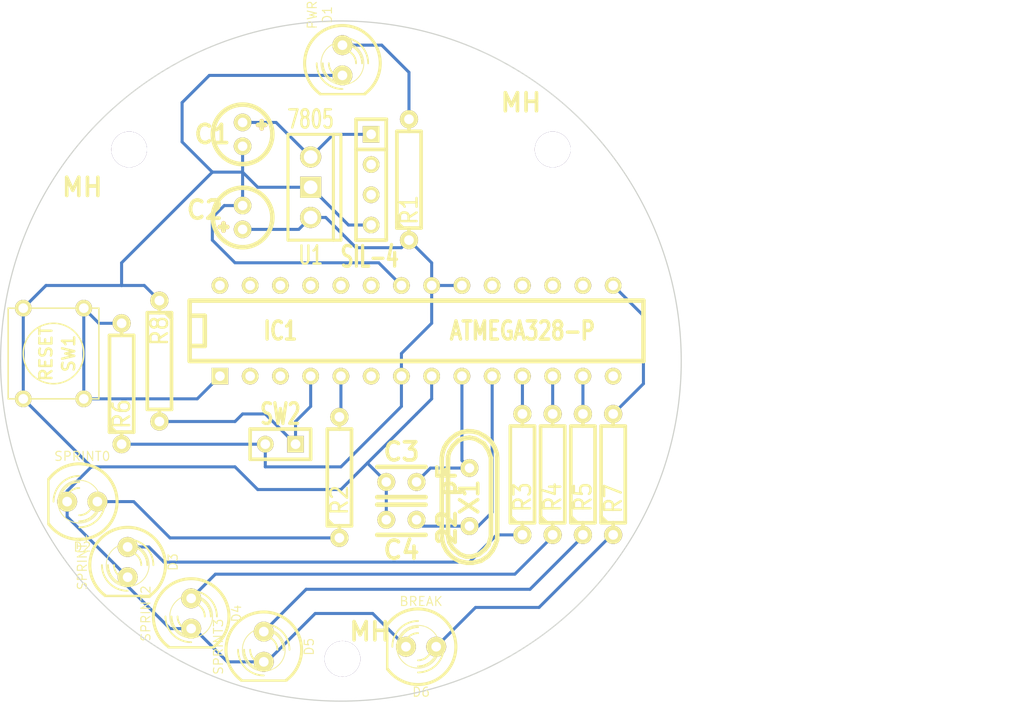
<source format=kicad_pcb>
(kicad_pcb (version 3) (host pcbnew "(2014-jan-25)-product")

  (general
    (links 43)
    (no_connects 0)
    (area 120.599999 52.578 210.565 123.56846)
    (thickness 1.6)
    (drawings 6)
    (tracks 123)
    (zones 0)
    (modules 27)
    (nets 33)
  )

  (page A4)
  (title_block
    (title "Pomodoro Timer Board")
    (date "25 Mar 2016")
    (rev A)
    (company "Ken Barbour")
    (comment 1 "First prototype")
  )

  (layers
    (15 F.Cu signal)
    (0 B.Cu signal)
    (16 B.Adhes user)
    (17 F.Adhes user)
    (18 B.Paste user)
    (19 F.Paste user)
    (20 B.SilkS user)
    (21 F.SilkS user)
    (22 B.Mask user)
    (23 F.Mask user)
    (24 Dwgs.User user)
    (25 Cmts.User user)
    (26 Eco1.User user)
    (27 Eco2.User user)
    (28 Edge.Cuts user)
  )

  (setup
    (last_trace_width 0.254)
    (trace_clearance 0.254)
    (zone_clearance 0.508)
    (zone_45_only no)
    (trace_min 0.254)
    (segment_width 0.2)
    (edge_width 0.1)
    (via_size 0.889)
    (via_drill 0.635)
    (via_min_size 0.889)
    (via_min_drill 0.508)
    (uvia_size 0.508)
    (uvia_drill 0.127)
    (uvias_allowed no)
    (uvia_min_size 0.508)
    (uvia_min_drill 0.127)
    (pcb_text_width 0.3)
    (pcb_text_size 1.5 1.5)
    (mod_edge_width 0.15)
    (mod_text_size 1 1)
    (mod_text_width 0.15)
    (pad_size 1.5 1.5)
    (pad_drill 0.6)
    (pad_to_mask_clearance 0)
    (aux_axis_origin 0 0)
    (visible_elements 7FFFFFFF)
    (pcbplotparams
      (layerselection 3178497)
      (usegerberextensions true)
      (excludeedgelayer true)
      (linewidth 0.150000)
      (plotframeref false)
      (viasonmask false)
      (mode 1)
      (useauxorigin false)
      (hpglpennumber 1)
      (hpglpenspeed 20)
      (hpglpendiameter 15)
      (hpglpenoverlay 2)
      (psnegative false)
      (psa4output false)
      (plotreference true)
      (plotvalue true)
      (plotothertext true)
      (plotinvisibletext false)
      (padsonsilk false)
      (subtractmaskfromsilk false)
      (outputformat 1)
      (mirror false)
      (drillshape 1)
      (scaleselection 1)
      (outputdirectory ""))
  )

  (net 0 "")
  (net 1 +5V)
  (net 2 GND)
  (net 3 "Net-(C2-Pad1)")
  (net 4 "Net-(C3-Pad2)")
  (net 5 "Net-(C4-Pad2)")
  (net 6 "Net-(D1-Pad1)")
  (net 7 "Net-(D2-Pad1)")
  (net 8 "Net-(D3-Pad1)")
  (net 9 "Net-(D4-Pad1)")
  (net 10 "Net-(D5-Pad1)")
  (net 11 "Net-(D6-Pad1)")
  (net 12 "Net-(IC1-Pad2)")
  (net 13 "Net-(IC1-Pad3)")
  (net 14 "Net-(IC1-Pad4)")
  (net 15 "Net-(IC1-Pad5)")
  (net 16 "Net-(IC1-Pad6)")
  (net 17 "Net-(IC1-Pad11)")
  (net 18 "Net-(IC1-Pad12)")
  (net 19 "Net-(IC1-Pad13)")
  (net 20 "Net-(IC1-Pad14)")
  (net 21 "Net-(IC1-Pad1)")
  (net 22 "Net-(IC1-Pad15)")
  (net 23 "Net-(IC1-Pad16)")
  (net 24 "Net-(IC1-Pad17)")
  (net 25 "Net-(IC1-Pad18)")
  (net 26 "Net-(IC1-Pad19)")
  (net 27 "Net-(IC1-Pad23)")
  (net 28 "Net-(IC1-Pad24)")
  (net 29 "Net-(IC1-Pad25)")
  (net 30 "Net-(IC1-Pad26)")
  (net 31 "Net-(IC1-Pad27)")
  (net 32 "Net-(IC1-Pad28)")

  (net_class Default "This is the default net class."
    (clearance 0.254)
    (trace_width 0.254)
    (via_dia 0.889)
    (via_drill 0.635)
    (uvia_dia 0.508)
    (uvia_drill 0.127)
    (add_net +5V)
    (add_net GND)
    (add_net "Net-(C2-Pad1)")
    (add_net "Net-(C3-Pad2)")
    (add_net "Net-(C4-Pad2)")
    (add_net "Net-(D1-Pad1)")
    (add_net "Net-(D2-Pad1)")
    (add_net "Net-(D3-Pad1)")
    (add_net "Net-(D4-Pad1)")
    (add_net "Net-(D5-Pad1)")
    (add_net "Net-(D6-Pad1)")
    (add_net "Net-(IC1-Pad1)")
    (add_net "Net-(IC1-Pad11)")
    (add_net "Net-(IC1-Pad12)")
    (add_net "Net-(IC1-Pad13)")
    (add_net "Net-(IC1-Pad14)")
    (add_net "Net-(IC1-Pad15)")
    (add_net "Net-(IC1-Pad16)")
    (add_net "Net-(IC1-Pad17)")
    (add_net "Net-(IC1-Pad18)")
    (add_net "Net-(IC1-Pad19)")
    (add_net "Net-(IC1-Pad2)")
    (add_net "Net-(IC1-Pad23)")
    (add_net "Net-(IC1-Pad24)")
    (add_net "Net-(IC1-Pad25)")
    (add_net "Net-(IC1-Pad26)")
    (add_net "Net-(IC1-Pad27)")
    (add_net "Net-(IC1-Pad28)")
    (add_net "Net-(IC1-Pad3)")
    (add_net "Net-(IC1-Pad4)")
    (add_net "Net-(IC1-Pad5)")
    (add_net "Net-(IC1-Pad6)")
  )

  (module Capacitors_Elko_ThroughHole:Elko_vert_DM5_RM2 (layer F.Cu) (tedit 56E5C094) (tstamp 56E5B868)
    (at 140.97 73.025 270)
    (descr "Electrolytic Capacitor, vertical, diameter 5mm, RM 2mm, radial,")
    (tags "Electrolytic Capacitor, vertical, diameter 5mm,  radial, RM 2mm, Elko, Electrolytkondensator, Kondensator gepolt, Durchmesser 5mm")
    (path /56E411E3)
    (fp_text reference C1 (at 0 2.54 360) (layer F.SilkS)
      (effects (font (thickness 0.3048)))
    )
    (fp_text value "10 uF" (at 3.81 4.445 360) (layer F.SilkS) hide
      (effects (font (thickness 0.3048)))
    )
    (fp_line (start -0.8001 -1.89992) (end -0.8001 -1.30048) (layer F.SilkS) (width 0.381))
    (fp_line (start -1.09982 -1.6002) (end -0.50038 -1.6002) (layer F.SilkS) (width 0.381))
    (fp_line (start -0.8001 -1.6002) (end -0.8001 -1.30048) (layer F.Cu) (width 0.381))
    (fp_line (start -0.8001 -1.6002) (end -0.50038 -1.6002) (layer F.Cu) (width 0.381))
    (fp_line (start -1.09982 -1.6002) (end -0.8001 -1.6002) (layer F.Cu) (width 0.381))
    (fp_line (start -0.8001 -1.6002) (end -0.8001 -1.89992) (layer F.Cu) (width 0.381))
    (fp_circle (center 0 0) (end 2.49936 0) (layer F.SilkS) (width 0.381))
    (pad 1 thru_hole circle (at -1.00076 0 270) (size 1.48082 1.48082) (drill 0.8001) (layers *.Cu *.Mask F.SilkS)
      (net 1 +5V))
    (pad 2 thru_hole circle (at 1.00076 0 270) (size 1.48082 1.48082) (drill 0.8001) (layers *.Cu *.Mask F.SilkS)
      (net 2 GND))
  )

  (module Capacitors_Elko_ThroughHole:Elko_vert_DM5_RM2 (layer F.Cu) (tedit 56E5C09B) (tstamp 56E5B875)
    (at 140.97 80.01 90)
    (descr "Electrolytic Capacitor, vertical, diameter 5mm, RM 2mm, radial,")
    (tags "Electrolytic Capacitor, vertical, diameter 5mm,  radial, RM 2mm, Elko, Electrolytkondensator, Kondensator gepolt, Durchmesser 5mm")
    (path /56E4116D)
    (fp_text reference C2 (at 0.635 -3.175 180) (layer F.SilkS)
      (effects (font (thickness 0.3048)))
    )
    (fp_text value "10 uF" (at 3.175 -4.445 180) (layer F.SilkS) hide
      (effects (font (thickness 0.3048)))
    )
    (fp_line (start -0.8001 -1.89992) (end -0.8001 -1.30048) (layer F.SilkS) (width 0.381))
    (fp_line (start -1.09982 -1.6002) (end -0.50038 -1.6002) (layer F.SilkS) (width 0.381))
    (fp_line (start -0.8001 -1.6002) (end -0.8001 -1.30048) (layer F.Cu) (width 0.381))
    (fp_line (start -0.8001 -1.6002) (end -0.50038 -1.6002) (layer F.Cu) (width 0.381))
    (fp_line (start -1.09982 -1.6002) (end -0.8001 -1.6002) (layer F.Cu) (width 0.381))
    (fp_line (start -0.8001 -1.6002) (end -0.8001 -1.89992) (layer F.Cu) (width 0.381))
    (fp_circle (center 0 0) (end 2.49936 0) (layer F.SilkS) (width 0.381))
    (pad 1 thru_hole circle (at -1.00076 0 90) (size 1.48082 1.48082) (drill 0.8001) (layers *.Cu *.Mask F.SilkS)
      (net 3 "Net-(C2-Pad1)"))
    (pad 2 thru_hole circle (at 1.00076 0 90) (size 1.48082 1.48082) (drill 0.8001) (layers *.Cu *.Mask F.SilkS)
      (net 2 GND))
  )

  (module Capacitors_ThroughHole:Capacitor4x3RM2.5 (layer F.Cu) (tedit 56E8604F) (tstamp 56E860C3)
    (at 153.035 102.235)
    (descr "Capacitor 4mm x 2,5mm RM 2,5mm")
    (tags "Capacitor Kondensator")
    (path /56E1C938)
    (fp_text reference C3 (at 1.27 -2.54) (layer F.SilkS)
      (effects (font (thickness 0.3048)))
    )
    (fp_text value "22 pF" (at 5.08 1.905 90) (layer F.SilkS)
      (effects (font (thickness 0.3048)))
    )
    (fp_line (start 3.302 -1.27) (end -0.762 -1.27) (layer F.SilkS) (width 0.381))
    (fp_line (start -0.762 1.27) (end 3.302 1.27) (layer F.SilkS) (width 0.381))
    (pad 1 thru_hole circle (at 0 0) (size 1.50114 1.50114) (drill 0.8001) (layers *.Cu *.Mask F.SilkS)
      (net 2 GND))
    (pad 2 thru_hole circle (at 2.54 0) (size 1.50114 1.50114) (drill 0.8001) (layers *.Cu *.Mask F.SilkS)
      (net 4 "Net-(C3-Pad2)"))
  )

  (module Capacitors_ThroughHole:Capacitor4x3RM2.5 (layer F.Cu) (tedit 56E86053) (tstamp 56E860BA)
    (at 153.035 105.41)
    (descr "Capacitor 4mm x 2,5mm RM 2,5mm")
    (tags "Capacitor Kondensator")
    (path /56E1C94F)
    (fp_text reference C4 (at 1.27 2.54) (layer F.SilkS)
      (effects (font (thickness 0.3048)))
    )
    (fp_text value "22 pF" (at 5.08 -1.27 90) (layer F.SilkS)
      (effects (font (thickness 0.3048)))
    )
    (fp_line (start 3.302 -1.27) (end -0.762 -1.27) (layer F.SilkS) (width 0.381))
    (fp_line (start -0.762 1.27) (end 3.302 1.27) (layer F.SilkS) (width 0.381))
    (pad 1 thru_hole circle (at 0 0) (size 1.50114 1.50114) (drill 0.8001) (layers *.Cu *.Mask F.SilkS)
      (net 2 GND))
    (pad 2 thru_hole circle (at 2.54 0) (size 1.50114 1.50114) (drill 0.8001) (layers *.Cu *.Mask F.SilkS)
      (net 5 "Net-(C4-Pad2)"))
  )

  (module LEDs:LED-5MM (layer F.Cu) (tedit 56E82539) (tstamp 56E5B894)
    (at 149.352 66.802 270)
    (descr "LED 5mm - Lead pitch 100mil (2,54mm)")
    (tags "LED led 5mm 5MM 100mil 2,54mm")
    (path /56E1BD17)
    (fp_text reference D1 (at -3.81 1.27 270) (layer F.SilkS)
      (effects (font (size 0.762 0.762) (thickness 0.0889)))
    )
    (fp_text value PWR (at -3.81 2.54 270) (layer F.SilkS)
      (effects (font (size 0.762 0.762) (thickness 0.0889)))
    )
    (fp_line (start 2.8448 1.905) (end 2.8448 -1.905) (layer F.SilkS) (width 0.2032))
    (fp_circle (center 0.254 0) (end -1.016 1.27) (layer F.SilkS) (width 0.0762))
    (fp_arc (start 0.254 0) (end 2.794 1.905) (angle 286.2) (layer F.SilkS) (width 0.254))
    (fp_arc (start 0.254 0) (end -0.889 0) (angle 90) (layer F.SilkS) (width 0.1524))
    (fp_arc (start 0.254 0) (end 1.397 0) (angle 90) (layer F.SilkS) (width 0.1524))
    (fp_arc (start 0.254 0) (end -1.397 0) (angle 90) (layer F.SilkS) (width 0.1524))
    (fp_arc (start 0.254 0) (end 1.905 0) (angle 90) (layer F.SilkS) (width 0.1524))
    (fp_arc (start 0.254 0) (end -1.905 0) (angle 90) (layer F.SilkS) (width 0.1524))
    (fp_arc (start 0.254 0) (end 2.413 0) (angle 90) (layer F.SilkS) (width 0.1524))
    (pad 1 thru_hole circle (at -1.27 0 270) (size 1.6764 1.6764) (drill 0.8128) (layers *.Cu *.Mask F.SilkS)
      (net 6 "Net-(D1-Pad1)"))
    (pad 2 thru_hole circle (at 1.27 0 270) (size 1.6764 1.6764) (drill 0.8128) (layers *.Cu *.Mask F.SilkS)
      (net 2 GND))
    (model discret/leds/led5_vertical_verde.wrl
      (at (xyz 0 0 0))
      (scale (xyz 1 1 1))
      (rotate (xyz 0 0 0))
    )
  )

  (module LEDs:LED-5MM (layer F.Cu) (tedit 56E5B6FA) (tstamp 56E5B8A3)
    (at 127.508 103.886 180)
    (descr "LED 5mm - Lead pitch 100mil (2,54mm)")
    (tags "LED led 5mm 5MM 100mil 2,54mm")
    (path /56E1CB03)
    (fp_text reference D2 (at 0 -3.81 180) (layer F.SilkS)
      (effects (font (size 0.762 0.762) (thickness 0.0889)))
    )
    (fp_text value SPRINT0 (at 0 3.81 180) (layer F.SilkS)
      (effects (font (size 0.762 0.762) (thickness 0.0889)))
    )
    (fp_line (start 2.8448 1.905) (end 2.8448 -1.905) (layer F.SilkS) (width 0.2032))
    (fp_circle (center 0.254 0) (end -1.016 1.27) (layer F.SilkS) (width 0.0762))
    (fp_arc (start 0.254 0) (end 2.794 1.905) (angle 286.2) (layer F.SilkS) (width 0.254))
    (fp_arc (start 0.254 0) (end -0.889 0) (angle 90) (layer F.SilkS) (width 0.1524))
    (fp_arc (start 0.254 0) (end 1.397 0) (angle 90) (layer F.SilkS) (width 0.1524))
    (fp_arc (start 0.254 0) (end -1.397 0) (angle 90) (layer F.SilkS) (width 0.1524))
    (fp_arc (start 0.254 0) (end 1.905 0) (angle 90) (layer F.SilkS) (width 0.1524))
    (fp_arc (start 0.254 0) (end -1.905 0) (angle 90) (layer F.SilkS) (width 0.1524))
    (fp_arc (start 0.254 0) (end 2.413 0) (angle 90) (layer F.SilkS) (width 0.1524))
    (pad 1 thru_hole circle (at -1.27 0 180) (size 1.6764 1.6764) (drill 0.8128) (layers *.Cu *.Mask F.SilkS)
      (net 7 "Net-(D2-Pad1)"))
    (pad 2 thru_hole circle (at 1.27 0 180) (size 1.6764 1.6764) (drill 0.8128) (layers *.Cu *.Mask F.SilkS)
      (net 2 GND))
    (model discret/leds/led5_vertical_verde.wrl
      (at (xyz 0 0 0))
      (scale (xyz 1 1 1))
      (rotate (xyz 0 0 0))
    )
  )

  (module LEDs:LED-5MM (layer F.Cu) (tedit 56E5B6FA) (tstamp 56E5B8B2)
    (at 131.318 108.966 270)
    (descr "LED 5mm - Lead pitch 100mil (2,54mm)")
    (tags "LED led 5mm 5MM 100mil 2,54mm")
    (path /56E1CB17)
    (fp_text reference D3 (at 0 -3.81 270) (layer F.SilkS)
      (effects (font (size 0.762 0.762) (thickness 0.0889)))
    )
    (fp_text value SPRINT1 (at 0 3.81 270) (layer F.SilkS)
      (effects (font (size 0.762 0.762) (thickness 0.0889)))
    )
    (fp_line (start 2.8448 1.905) (end 2.8448 -1.905) (layer F.SilkS) (width 0.2032))
    (fp_circle (center 0.254 0) (end -1.016 1.27) (layer F.SilkS) (width 0.0762))
    (fp_arc (start 0.254 0) (end 2.794 1.905) (angle 286.2) (layer F.SilkS) (width 0.254))
    (fp_arc (start 0.254 0) (end -0.889 0) (angle 90) (layer F.SilkS) (width 0.1524))
    (fp_arc (start 0.254 0) (end 1.397 0) (angle 90) (layer F.SilkS) (width 0.1524))
    (fp_arc (start 0.254 0) (end -1.397 0) (angle 90) (layer F.SilkS) (width 0.1524))
    (fp_arc (start 0.254 0) (end 1.905 0) (angle 90) (layer F.SilkS) (width 0.1524))
    (fp_arc (start 0.254 0) (end -1.905 0) (angle 90) (layer F.SilkS) (width 0.1524))
    (fp_arc (start 0.254 0) (end 2.413 0) (angle 90) (layer F.SilkS) (width 0.1524))
    (pad 1 thru_hole circle (at -1.27 0 270) (size 1.6764 1.6764) (drill 0.8128) (layers *.Cu *.Mask F.SilkS)
      (net 8 "Net-(D3-Pad1)"))
    (pad 2 thru_hole circle (at 1.27 0 270) (size 1.6764 1.6764) (drill 0.8128) (layers *.Cu *.Mask F.SilkS)
      (net 2 GND))
    (model discret/leds/led5_vertical_verde.wrl
      (at (xyz 0 0 0))
      (scale (xyz 1 1 1))
      (rotate (xyz 0 0 0))
    )
  )

  (module LEDs:LED-5MM (layer F.Cu) (tedit 56E5B6FA) (tstamp 56E5B8C1)
    (at 136.652 113.284 270)
    (descr "LED 5mm - Lead pitch 100mil (2,54mm)")
    (tags "LED led 5mm 5MM 100mil 2,54mm")
    (path /56E1CB2B)
    (fp_text reference D4 (at 0 -3.81 270) (layer F.SilkS)
      (effects (font (size 0.762 0.762) (thickness 0.0889)))
    )
    (fp_text value SPRINT2 (at 0 3.81 270) (layer F.SilkS)
      (effects (font (size 0.762 0.762) (thickness 0.0889)))
    )
    (fp_line (start 2.8448 1.905) (end 2.8448 -1.905) (layer F.SilkS) (width 0.2032))
    (fp_circle (center 0.254 0) (end -1.016 1.27) (layer F.SilkS) (width 0.0762))
    (fp_arc (start 0.254 0) (end 2.794 1.905) (angle 286.2) (layer F.SilkS) (width 0.254))
    (fp_arc (start 0.254 0) (end -0.889 0) (angle 90) (layer F.SilkS) (width 0.1524))
    (fp_arc (start 0.254 0) (end 1.397 0) (angle 90) (layer F.SilkS) (width 0.1524))
    (fp_arc (start 0.254 0) (end -1.397 0) (angle 90) (layer F.SilkS) (width 0.1524))
    (fp_arc (start 0.254 0) (end 1.905 0) (angle 90) (layer F.SilkS) (width 0.1524))
    (fp_arc (start 0.254 0) (end -1.905 0) (angle 90) (layer F.SilkS) (width 0.1524))
    (fp_arc (start 0.254 0) (end 2.413 0) (angle 90) (layer F.SilkS) (width 0.1524))
    (pad 1 thru_hole circle (at -1.27 0 270) (size 1.6764 1.6764) (drill 0.8128) (layers *.Cu *.Mask F.SilkS)
      (net 9 "Net-(D4-Pad1)"))
    (pad 2 thru_hole circle (at 1.27 0 270) (size 1.6764 1.6764) (drill 0.8128) (layers *.Cu *.Mask F.SilkS)
      (net 2 GND))
    (model discret/leds/led5_vertical_verde.wrl
      (at (xyz 0 0 0))
      (scale (xyz 1 1 1))
      (rotate (xyz 0 0 0))
    )
  )

  (module LEDs:LED-5MM (layer F.Cu) (tedit 56E5B6FA) (tstamp 56E99C28)
    (at 142.748 116.078 270)
    (descr "LED 5mm - Lead pitch 100mil (2,54mm)")
    (tags "LED led 5mm 5MM 100mil 2,54mm")
    (path /56E1CB3F)
    (fp_text reference D5 (at 0 -3.81 270) (layer F.SilkS)
      (effects (font (size 0.762 0.762) (thickness 0.0889)))
    )
    (fp_text value SPRINT3 (at 0 3.81 270) (layer F.SilkS)
      (effects (font (size 0.762 0.762) (thickness 0.0889)))
    )
    (fp_line (start 2.8448 1.905) (end 2.8448 -1.905) (layer F.SilkS) (width 0.2032))
    (fp_circle (center 0.254 0) (end -1.016 1.27) (layer F.SilkS) (width 0.0762))
    (fp_arc (start 0.254 0) (end 2.794 1.905) (angle 286.2) (layer F.SilkS) (width 0.254))
    (fp_arc (start 0.254 0) (end -0.889 0) (angle 90) (layer F.SilkS) (width 0.1524))
    (fp_arc (start 0.254 0) (end 1.397 0) (angle 90) (layer F.SilkS) (width 0.1524))
    (fp_arc (start 0.254 0) (end -1.397 0) (angle 90) (layer F.SilkS) (width 0.1524))
    (fp_arc (start 0.254 0) (end 1.905 0) (angle 90) (layer F.SilkS) (width 0.1524))
    (fp_arc (start 0.254 0) (end -1.905 0) (angle 90) (layer F.SilkS) (width 0.1524))
    (fp_arc (start 0.254 0) (end 2.413 0) (angle 90) (layer F.SilkS) (width 0.1524))
    (pad 1 thru_hole circle (at -1.27 0 270) (size 1.6764 1.6764) (drill 0.8128) (layers *.Cu *.Mask F.SilkS)
      (net 10 "Net-(D5-Pad1)"))
    (pad 2 thru_hole circle (at 1.27 0 270) (size 1.6764 1.6764) (drill 0.8128) (layers *.Cu *.Mask F.SilkS)
      (net 2 GND))
    (model discret/leds/led5_vertical_verde.wrl
      (at (xyz 0 0 0))
      (scale (xyz 1 1 1))
      (rotate (xyz 0 0 0))
    )
  )

  (module LEDs:LED-5MM (layer F.Cu) (tedit 56E5B6FA) (tstamp 56E5B8DF)
    (at 155.956 116.078 180)
    (descr "LED 5mm - Lead pitch 100mil (2,54mm)")
    (tags "LED led 5mm 5MM 100mil 2,54mm")
    (path /56E1CB53)
    (fp_text reference D6 (at 0 -3.81 180) (layer F.SilkS)
      (effects (font (size 0.762 0.762) (thickness 0.0889)))
    )
    (fp_text value BREAK (at 0 3.81 180) (layer F.SilkS)
      (effects (font (size 0.762 0.762) (thickness 0.0889)))
    )
    (fp_line (start 2.8448 1.905) (end 2.8448 -1.905) (layer F.SilkS) (width 0.2032))
    (fp_circle (center 0.254 0) (end -1.016 1.27) (layer F.SilkS) (width 0.0762))
    (fp_arc (start 0.254 0) (end 2.794 1.905) (angle 286.2) (layer F.SilkS) (width 0.254))
    (fp_arc (start 0.254 0) (end -0.889 0) (angle 90) (layer F.SilkS) (width 0.1524))
    (fp_arc (start 0.254 0) (end 1.397 0) (angle 90) (layer F.SilkS) (width 0.1524))
    (fp_arc (start 0.254 0) (end -1.397 0) (angle 90) (layer F.SilkS) (width 0.1524))
    (fp_arc (start 0.254 0) (end 1.905 0) (angle 90) (layer F.SilkS) (width 0.1524))
    (fp_arc (start 0.254 0) (end -1.905 0) (angle 90) (layer F.SilkS) (width 0.1524))
    (fp_arc (start 0.254 0) (end 2.413 0) (angle 90) (layer F.SilkS) (width 0.1524))
    (pad 1 thru_hole circle (at -1.27 0 180) (size 1.6764 1.6764) (drill 0.8128) (layers *.Cu *.Mask F.SilkS)
      (net 11 "Net-(D6-Pad1)"))
    (pad 2 thru_hole circle (at 1.27 0 180) (size 1.6764 1.6764) (drill 0.8128) (layers *.Cu *.Mask F.SilkS)
      (net 2 GND))
    (model discret/leds/led5_vertical_verde.wrl
      (at (xyz 0 0 0))
      (scale (xyz 1 1 1))
      (rotate (xyz 0 0 0))
    )
  )

  (module Sockets_DIP:DIP-28__300 (layer F.Cu) (tedit 56E5D694) (tstamp 56E5B906)
    (at 155.575 89.535)
    (descr "28 pins DIL package, round pads, width 300mil")
    (tags DIL)
    (path /56E1BDD8)
    (fp_text reference IC1 (at -11.43 0) (layer F.SilkS)
      (effects (font (size 1.524 1.143) (thickness 0.3048)))
    )
    (fp_text value ATMEGA328-P (at 8.89 0) (layer F.SilkS)
      (effects (font (size 1.524 1.143) (thickness 0.3048)))
    )
    (fp_line (start -19.05 -2.54) (end 19.05 -2.54) (layer F.SilkS) (width 0.381))
    (fp_line (start 19.05 -2.54) (end 19.05 2.54) (layer F.SilkS) (width 0.381))
    (fp_line (start 19.05 2.54) (end -19.05 2.54) (layer F.SilkS) (width 0.381))
    (fp_line (start -19.05 2.54) (end -19.05 -2.54) (layer F.SilkS) (width 0.381))
    (fp_line (start -19.05 -1.27) (end -17.78 -1.27) (layer F.SilkS) (width 0.381))
    (fp_line (start -17.78 -1.27) (end -17.78 1.27) (layer F.SilkS) (width 0.381))
    (fp_line (start -17.78 1.27) (end -19.05 1.27) (layer F.SilkS) (width 0.381))
    (pad 2 thru_hole circle (at -13.97 3.81) (size 1.397 1.397) (drill 0.8128) (layers *.Cu *.Mask F.SilkS)
      (net 12 "Net-(IC1-Pad2)"))
    (pad 3 thru_hole circle (at -11.43 3.81) (size 1.397 1.397) (drill 0.8128) (layers *.Cu *.Mask F.SilkS)
      (net 13 "Net-(IC1-Pad3)"))
    (pad 4 thru_hole circle (at -8.89 3.81) (size 1.397 1.397) (drill 0.8128) (layers *.Cu *.Mask F.SilkS)
      (net 14 "Net-(IC1-Pad4)"))
    (pad 5 thru_hole circle (at -6.35 3.81) (size 1.397 1.397) (drill 0.8128) (layers *.Cu *.Mask F.SilkS)
      (net 15 "Net-(IC1-Pad5)"))
    (pad 6 thru_hole circle (at -3.81 3.81) (size 1.397 1.397) (drill 0.8128) (layers *.Cu *.Mask F.SilkS)
      (net 16 "Net-(IC1-Pad6)"))
    (pad 7 thru_hole circle (at -1.27 3.81) (size 1.397 1.397) (drill 0.8128) (layers *.Cu *.Mask F.SilkS)
      (net 3 "Net-(C2-Pad1)"))
    (pad 8 thru_hole circle (at 1.27 3.81) (size 1.397 1.397) (drill 0.8128) (layers *.Cu *.Mask F.SilkS)
      (net 2 GND))
    (pad 9 thru_hole circle (at 3.81 3.81) (size 1.397 1.397) (drill 0.8128) (layers *.Cu *.Mask F.SilkS)
      (net 4 "Net-(C3-Pad2)"))
    (pad 10 thru_hole circle (at 6.35 3.81) (size 1.397 1.397) (drill 0.8128) (layers *.Cu *.Mask F.SilkS)
      (net 5 "Net-(C4-Pad2)"))
    (pad 11 thru_hole circle (at 8.89 3.81) (size 1.397 1.397) (drill 0.8128) (layers *.Cu *.Mask F.SilkS)
      (net 17 "Net-(IC1-Pad11)"))
    (pad 12 thru_hole circle (at 11.43 3.81) (size 1.397 1.397) (drill 0.8128) (layers *.Cu *.Mask F.SilkS)
      (net 18 "Net-(IC1-Pad12)"))
    (pad 13 thru_hole circle (at 13.97 3.81) (size 1.397 1.397) (drill 0.8128) (layers *.Cu *.Mask F.SilkS)
      (net 19 "Net-(IC1-Pad13)"))
    (pad 14 thru_hole circle (at 16.51 3.81) (size 1.397 1.397) (drill 0.8128) (layers *.Cu *.Mask F.SilkS)
      (net 20 "Net-(IC1-Pad14)"))
    (pad 1 thru_hole rect (at -16.51 3.81) (size 1.397 1.397) (drill 0.8128) (layers *.Cu *.Mask F.SilkS)
      (net 21 "Net-(IC1-Pad1)"))
    (pad 15 thru_hole circle (at 16.51 -3.81) (size 1.397 1.397) (drill 0.8128) (layers *.Cu *.Mask F.SilkS)
      (net 22 "Net-(IC1-Pad15)"))
    (pad 16 thru_hole circle (at 13.97 -3.81) (size 1.397 1.397) (drill 0.8128) (layers *.Cu *.Mask F.SilkS)
      (net 23 "Net-(IC1-Pad16)"))
    (pad 17 thru_hole circle (at 11.43 -3.81) (size 1.397 1.397) (drill 0.8128) (layers *.Cu *.Mask F.SilkS)
      (net 24 "Net-(IC1-Pad17)"))
    (pad 18 thru_hole circle (at 8.89 -3.81) (size 1.397 1.397) (drill 0.8128) (layers *.Cu *.Mask F.SilkS)
      (net 25 "Net-(IC1-Pad18)"))
    (pad 19 thru_hole circle (at 6.35 -3.81) (size 1.397 1.397) (drill 0.8128) (layers *.Cu *.Mask F.SilkS)
      (net 26 "Net-(IC1-Pad19)"))
    (pad 20 thru_hole circle (at 3.81 -3.81) (size 1.397 1.397) (drill 0.8128) (layers *.Cu *.Mask F.SilkS)
      (net 3 "Net-(C2-Pad1)"))
    (pad 21 thru_hole circle (at 1.27 -3.81) (size 1.397 1.397) (drill 0.8128) (layers *.Cu *.Mask F.SilkS)
      (net 3 "Net-(C2-Pad1)"))
    (pad 22 thru_hole circle (at -1.27 -3.81) (size 1.397 1.397) (drill 0.8128) (layers *.Cu *.Mask F.SilkS)
      (net 2 GND))
    (pad 23 thru_hole circle (at -3.81 -3.81) (size 1.397 1.397) (drill 0.8128) (layers *.Cu *.Mask F.SilkS)
      (net 27 "Net-(IC1-Pad23)"))
    (pad 24 thru_hole circle (at -6.35 -3.81) (size 1.397 1.397) (drill 0.8128) (layers *.Cu *.Mask F.SilkS)
      (net 28 "Net-(IC1-Pad24)"))
    (pad 25 thru_hole circle (at -8.89 -3.81) (size 1.397 1.397) (drill 0.8128) (layers *.Cu *.Mask F.SilkS)
      (net 29 "Net-(IC1-Pad25)"))
    (pad 26 thru_hole circle (at -11.43 -3.81) (size 1.397 1.397) (drill 0.8128) (layers *.Cu *.Mask F.SilkS)
      (net 30 "Net-(IC1-Pad26)"))
    (pad 27 thru_hole circle (at -13.97 -3.81) (size 1.397 1.397) (drill 0.8128) (layers *.Cu *.Mask F.SilkS)
      (net 31 "Net-(IC1-Pad27)"))
    (pad 28 thru_hole circle (at -16.51 -3.81) (size 1.397 1.397) (drill 0.8128) (layers *.Cu *.Mask F.SilkS)
      (net 32 "Net-(IC1-Pad28)"))
    (model dil/dil_28-w300.wrl
      (at (xyz 0 0 0))
      (scale (xyz 1 1 1))
      (rotate (xyz 0 0 0))
    )
  )

  (module Discret:R4 (layer F.Cu) (tedit 56F47C51) (tstamp 56E5B914)
    (at 154.94 76.835 90)
    (descr "Resitance 4 pas")
    (tags R)
    (path /56E1BD31)
    (autoplace_cost180 10)
    (fp_text reference R1 (at -2.54 0 90) (layer F.SilkS)
      (effects (font (size 1.397 1.27) (thickness 0.2032)))
    )
    (fp_text value 220 (at 1.905 0 90) (layer F.SilkS) hide
      (effects (font (size 1.397 1.27) (thickness 0.2032)))
    )
    (fp_line (start -5.08 0) (end -4.064 0) (layer F.SilkS) (width 0.3048))
    (fp_line (start -4.064 0) (end -4.064 -1.016) (layer F.SilkS) (width 0.3048))
    (fp_line (start -4.064 -1.016) (end 4.064 -1.016) (layer F.SilkS) (width 0.3048))
    (fp_line (start 4.064 -1.016) (end 4.064 1.016) (layer F.SilkS) (width 0.3048))
    (fp_line (start 4.064 1.016) (end -4.064 1.016) (layer F.SilkS) (width 0.3048))
    (fp_line (start -4.064 1.016) (end -4.064 0) (layer F.SilkS) (width 0.3048))
    (fp_line (start -4.064 -0.508) (end -3.556 -1.016) (layer F.SilkS) (width 0.3048))
    (fp_line (start 5.08 0) (end 4.064 0) (layer F.SilkS) (width 0.3048))
    (pad 1 thru_hole circle (at -5.08 0 90) (size 1.524 1.524) (drill 0.8128) (layers *.Cu *.Mask F.SilkS)
      (net 3 "Net-(C2-Pad1)"))
    (pad 2 thru_hole circle (at 5.08 0 90) (size 1.524 1.524) (drill 0.8128) (layers *.Cu *.Mask F.SilkS)
      (net 6 "Net-(D1-Pad1)"))
    (model discret/resistor.wrl
      (at (xyz 0 0 0))
      (scale (xyz 0.4 0.4 0.4))
      (rotate (xyz 0 0 0))
    )
  )

  (module Discret:R4 (layer F.Cu) (tedit 56E863B3) (tstamp 56E5B922)
    (at 149.098 101.854 90)
    (descr "Resitance 4 pas")
    (tags R)
    (path /56E1CB9E)
    (autoplace_cost180 10)
    (fp_text reference R2 (at -1.905 0 90) (layer F.SilkS)
      (effects (font (size 1.397 1.27) (thickness 0.2032)))
    )
    (fp_text value 220 (at 2.159 0 90) (layer F.SilkS) hide
      (effects (font (size 1.397 1.27) (thickness 0.2032)))
    )
    (fp_line (start -5.08 0) (end -4.064 0) (layer F.SilkS) (width 0.3048))
    (fp_line (start -4.064 0) (end -4.064 -1.016) (layer F.SilkS) (width 0.3048))
    (fp_line (start -4.064 -1.016) (end 4.064 -1.016) (layer F.SilkS) (width 0.3048))
    (fp_line (start 4.064 -1.016) (end 4.064 1.016) (layer F.SilkS) (width 0.3048))
    (fp_line (start 4.064 1.016) (end -4.064 1.016) (layer F.SilkS) (width 0.3048))
    (fp_line (start -4.064 1.016) (end -4.064 0) (layer F.SilkS) (width 0.3048))
    (fp_line (start -4.064 -0.508) (end -3.556 -1.016) (layer F.SilkS) (width 0.3048))
    (fp_line (start 5.08 0) (end 4.064 0) (layer F.SilkS) (width 0.3048))
    (pad 1 thru_hole circle (at -5.08 0 90) (size 1.524 1.524) (drill 0.8128) (layers *.Cu *.Mask F.SilkS)
      (net 7 "Net-(D2-Pad1)"))
    (pad 2 thru_hole circle (at 5.08 0 90) (size 1.524 1.524) (drill 0.8128) (layers *.Cu *.Mask F.SilkS)
      (net 15 "Net-(IC1-Pad5)"))
    (model discret/resistor.wrl
      (at (xyz 0 0 0))
      (scale (xyz 0.4 0.4 0.4))
      (rotate (xyz 0 0 0))
    )
  )

  (module Discret:R4 (layer F.Cu) (tedit 56E825DF) (tstamp 56E999E6)
    (at 164.465 101.6 90)
    (descr "Resitance 4 pas")
    (tags R)
    (path /56E1CBB2)
    (autoplace_cost180 10)
    (fp_text reference R3 (at -1.905 0 90) (layer F.SilkS)
      (effects (font (size 1.397 1.27) (thickness 0.2032)))
    )
    (fp_text value 220 (at 1.905 0 90) (layer F.SilkS) hide
      (effects (font (size 1.397 1.27) (thickness 0.2032)))
    )
    (fp_line (start -5.08 0) (end -4.064 0) (layer F.SilkS) (width 0.3048))
    (fp_line (start -4.064 0) (end -4.064 -1.016) (layer F.SilkS) (width 0.3048))
    (fp_line (start -4.064 -1.016) (end 4.064 -1.016) (layer F.SilkS) (width 0.3048))
    (fp_line (start 4.064 -1.016) (end 4.064 1.016) (layer F.SilkS) (width 0.3048))
    (fp_line (start 4.064 1.016) (end -4.064 1.016) (layer F.SilkS) (width 0.3048))
    (fp_line (start -4.064 1.016) (end -4.064 0) (layer F.SilkS) (width 0.3048))
    (fp_line (start -4.064 -0.508) (end -3.556 -1.016) (layer F.SilkS) (width 0.3048))
    (fp_line (start 5.08 0) (end 4.064 0) (layer F.SilkS) (width 0.3048))
    (pad 1 thru_hole circle (at -5.08 0 90) (size 1.524 1.524) (drill 0.8128) (layers *.Cu *.Mask F.SilkS)
      (net 8 "Net-(D3-Pad1)"))
    (pad 2 thru_hole circle (at 5.08 0 90) (size 1.524 1.524) (drill 0.8128) (layers *.Cu *.Mask F.SilkS)
      (net 17 "Net-(IC1-Pad11)"))
    (model discret/resistor.wrl
      (at (xyz 0 0 0))
      (scale (xyz 0.4 0.4 0.4))
      (rotate (xyz 0 0 0))
    )
  )

  (module Discret:R4 (layer F.Cu) (tedit 56E860E5) (tstamp 56E999D7)
    (at 167.005 101.6 90)
    (descr "Resitance 4 pas")
    (tags R)
    (path /56E1CBC6)
    (autoplace_cost180 10)
    (fp_text reference R4 (at -1.905 0 90) (layer F.SilkS)
      (effects (font (size 1.397 1.27) (thickness 0.2032)))
    )
    (fp_text value 220 (at 1.905 0 90) (layer F.SilkS) hide
      (effects (font (size 1.397 1.27) (thickness 0.2032)))
    )
    (fp_line (start -5.08 0) (end -4.064 0) (layer F.SilkS) (width 0.3048))
    (fp_line (start -4.064 0) (end -4.064 -1.016) (layer F.SilkS) (width 0.3048))
    (fp_line (start -4.064 -1.016) (end 4.064 -1.016) (layer F.SilkS) (width 0.3048))
    (fp_line (start 4.064 -1.016) (end 4.064 1.016) (layer F.SilkS) (width 0.3048))
    (fp_line (start 4.064 1.016) (end -4.064 1.016) (layer F.SilkS) (width 0.3048))
    (fp_line (start -4.064 1.016) (end -4.064 0) (layer F.SilkS) (width 0.3048))
    (fp_line (start -4.064 -0.508) (end -3.556 -1.016) (layer F.SilkS) (width 0.3048))
    (fp_line (start 5.08 0) (end 4.064 0) (layer F.SilkS) (width 0.3048))
    (pad 1 thru_hole circle (at -5.08 0 90) (size 1.524 1.524) (drill 0.8128) (layers *.Cu *.Mask F.SilkS)
      (net 9 "Net-(D4-Pad1)"))
    (pad 2 thru_hole circle (at 5.08 0 90) (size 1.524 1.524) (drill 0.8128) (layers *.Cu *.Mask F.SilkS)
      (net 18 "Net-(IC1-Pad12)"))
    (model discret/resistor.wrl
      (at (xyz 0 0 0))
      (scale (xyz 0.4 0.4 0.4))
      (rotate (xyz 0 0 0))
    )
  )

  (module Discret:R4 (layer F.Cu) (tedit 56E8613E) (tstamp 56E999C8)
    (at 169.545 101.6 90)
    (descr "Resitance 4 pas")
    (tags R)
    (path /56E1CBDA)
    (autoplace_cost180 10)
    (fp_text reference R5 (at -1.905 0 90) (layer F.SilkS)
      (effects (font (size 1.397 1.27) (thickness 0.2032)))
    )
    (fp_text value 220 (at 1.905 0 90) (layer F.SilkS) hide
      (effects (font (size 1.397 1.27) (thickness 0.2032)))
    )
    (fp_line (start -5.08 0) (end -4.064 0) (layer F.SilkS) (width 0.3048))
    (fp_line (start -4.064 0) (end -4.064 -1.016) (layer F.SilkS) (width 0.3048))
    (fp_line (start -4.064 -1.016) (end 4.064 -1.016) (layer F.SilkS) (width 0.3048))
    (fp_line (start 4.064 -1.016) (end 4.064 1.016) (layer F.SilkS) (width 0.3048))
    (fp_line (start 4.064 1.016) (end -4.064 1.016) (layer F.SilkS) (width 0.3048))
    (fp_line (start -4.064 1.016) (end -4.064 0) (layer F.SilkS) (width 0.3048))
    (fp_line (start -4.064 -0.508) (end -3.556 -1.016) (layer F.SilkS) (width 0.3048))
    (fp_line (start 5.08 0) (end 4.064 0) (layer F.SilkS) (width 0.3048))
    (pad 1 thru_hole circle (at -5.08 0 90) (size 1.524 1.524) (drill 0.8128) (layers *.Cu *.Mask F.SilkS)
      (net 10 "Net-(D5-Pad1)"))
    (pad 2 thru_hole circle (at 5.08 0 90) (size 1.524 1.524) (drill 0.8128) (layers *.Cu *.Mask F.SilkS)
      (net 19 "Net-(IC1-Pad13)"))
    (model discret/resistor.wrl
      (at (xyz 0 0 0))
      (scale (xyz 0.4 0.4 0.4))
      (rotate (xyz 0 0 0))
    )
  )

  (module Discret:R4 (layer F.Cu) (tedit 56E8250B) (tstamp 56E5B95A)
    (at 130.81 93.98 90)
    (descr "Resitance 4 pas")
    (tags R)
    (path /56E1BE37)
    (autoplace_cost180 10)
    (fp_text reference R6 (at -2.54 0 90) (layer F.SilkS)
      (effects (font (size 1.397 1.27) (thickness 0.2032)))
    )
    (fp_text value 10K (at 1.905 0 90) (layer F.SilkS) hide
      (effects (font (size 1.397 1.27) (thickness 0.2032)))
    )
    (fp_line (start -5.08 0) (end -4.064 0) (layer F.SilkS) (width 0.3048))
    (fp_line (start -4.064 0) (end -4.064 -1.016) (layer F.SilkS) (width 0.3048))
    (fp_line (start -4.064 -1.016) (end 4.064 -1.016) (layer F.SilkS) (width 0.3048))
    (fp_line (start 4.064 -1.016) (end 4.064 1.016) (layer F.SilkS) (width 0.3048))
    (fp_line (start 4.064 1.016) (end -4.064 1.016) (layer F.SilkS) (width 0.3048))
    (fp_line (start -4.064 1.016) (end -4.064 0) (layer F.SilkS) (width 0.3048))
    (fp_line (start -4.064 -0.508) (end -3.556 -1.016) (layer F.SilkS) (width 0.3048))
    (fp_line (start 5.08 0) (end 4.064 0) (layer F.SilkS) (width 0.3048))
    (pad 1 thru_hole circle (at -5.08 0 90) (size 1.524 1.524) (drill 0.8128) (layers *.Cu *.Mask F.SilkS)
      (net 3 "Net-(C2-Pad1)"))
    (pad 2 thru_hole circle (at 5.08 0 90) (size 1.524 1.524) (drill 0.8128) (layers *.Cu *.Mask F.SilkS)
      (net 21 "Net-(IC1-Pad1)"))
    (model discret/resistor.wrl
      (at (xyz 0 0 0))
      (scale (xyz 0.4 0.4 0.4))
      (rotate (xyz 0 0 0))
    )
  )

  (module Discret:R4 (layer F.Cu) (tedit 56E998DB) (tstamp 56E999B9)
    (at 172.085 101.6 90)
    (descr "Resitance 4 pas")
    (tags R)
    (path /56E1CBEE)
    (autoplace_cost180 10)
    (fp_text reference R7 (at -2.032 0 90) (layer F.SilkS)
      (effects (font (size 1.397 1.27) (thickness 0.2032)))
    )
    (fp_text value 220 (at 1.905 0 90) (layer F.SilkS) hide
      (effects (font (size 1.397 1.27) (thickness 0.2032)))
    )
    (fp_line (start -5.08 0) (end -4.064 0) (layer F.SilkS) (width 0.3048))
    (fp_line (start -4.064 0) (end -4.064 -1.016) (layer F.SilkS) (width 0.3048))
    (fp_line (start -4.064 -1.016) (end 4.064 -1.016) (layer F.SilkS) (width 0.3048))
    (fp_line (start 4.064 -1.016) (end 4.064 1.016) (layer F.SilkS) (width 0.3048))
    (fp_line (start 4.064 1.016) (end -4.064 1.016) (layer F.SilkS) (width 0.3048))
    (fp_line (start -4.064 1.016) (end -4.064 0) (layer F.SilkS) (width 0.3048))
    (fp_line (start -4.064 -0.508) (end -3.556 -1.016) (layer F.SilkS) (width 0.3048))
    (fp_line (start 5.08 0) (end 4.064 0) (layer F.SilkS) (width 0.3048))
    (pad 1 thru_hole circle (at -5.08 0 90) (size 1.524 1.524) (drill 0.8128) (layers *.Cu *.Mask F.SilkS)
      (net 11 "Net-(D6-Pad1)"))
    (pad 2 thru_hole circle (at 5.08 0 90) (size 1.524 1.524) (drill 0.8128) (layers *.Cu *.Mask F.SilkS)
      (net 22 "Net-(IC1-Pad15)"))
    (model discret/resistor.wrl
      (at (xyz 0 0 0))
      (scale (xyz 0.4 0.4 0.4))
      (rotate (xyz 0 0 0))
    )
  )

  (module Discret:R4 (layer F.Cu) (tedit 56E8250F) (tstamp 56E5B976)
    (at 133.985 92.075 270)
    (descr "Resitance 4 pas")
    (tags R)
    (path /56E1D13D)
    (autoplace_cost180 10)
    (fp_text reference R8 (at -2.54 0 270) (layer F.SilkS)
      (effects (font (size 1.397 1.27) (thickness 0.2032)))
    )
    (fp_text value 10K (at 1.905 0 270) (layer F.SilkS) hide
      (effects (font (size 1.397 1.27) (thickness 0.2032)))
    )
    (fp_line (start -5.08 0) (end -4.064 0) (layer F.SilkS) (width 0.3048))
    (fp_line (start -4.064 0) (end -4.064 -1.016) (layer F.SilkS) (width 0.3048))
    (fp_line (start -4.064 -1.016) (end 4.064 -1.016) (layer F.SilkS) (width 0.3048))
    (fp_line (start 4.064 -1.016) (end 4.064 1.016) (layer F.SilkS) (width 0.3048))
    (fp_line (start 4.064 1.016) (end -4.064 1.016) (layer F.SilkS) (width 0.3048))
    (fp_line (start -4.064 1.016) (end -4.064 0) (layer F.SilkS) (width 0.3048))
    (fp_line (start -4.064 -0.508) (end -3.556 -1.016) (layer F.SilkS) (width 0.3048))
    (fp_line (start 5.08 0) (end 4.064 0) (layer F.SilkS) (width 0.3048))
    (pad 1 thru_hole circle (at -5.08 0 270) (size 1.524 1.524) (drill 0.8128) (layers *.Cu *.Mask F.SilkS)
      (net 2 GND))
    (pad 2 thru_hole circle (at 5.08 0 270) (size 1.524 1.524) (drill 0.8128) (layers *.Cu *.Mask F.SilkS)
      (net 14 "Net-(IC1-Pad4)"))
    (model discret/resistor.wrl
      (at (xyz 0 0 0))
      (scale (xyz 0.4 0.4 0.4))
      (rotate (xyz 0 0 0))
    )
  )

  (module Discret:SW_PUSH_SMALL (layer F.Cu) (tedit 56E81FBC) (tstamp 56E5B983)
    (at 125.095 91.44 270)
    (path /56E1C43E)
    (fp_text reference SW1 (at 0 -1.27 270) (layer F.SilkS)
      (effects (font (size 1.016 1.016) (thickness 0.2032)))
    )
    (fp_text value RESET (at 0 0.635 450) (layer F.SilkS)
      (effects (font (size 1.016 1.016) (thickness 0.2032)))
    )
    (fp_circle (center 0 0) (end 0 -2.54) (layer F.SilkS) (width 0.127))
    (fp_line (start -3.81 -3.81) (end 3.81 -3.81) (layer F.SilkS) (width 0.127))
    (fp_line (start 3.81 -3.81) (end 3.81 3.81) (layer F.SilkS) (width 0.127))
    (fp_line (start 3.81 3.81) (end -3.81 3.81) (layer F.SilkS) (width 0.127))
    (fp_line (start -3.81 -3.81) (end -3.81 3.81) (layer F.SilkS) (width 0.127))
    (pad 1 thru_hole circle (at 3.81 -2.54 270) (size 1.397 1.397) (drill 0.8128) (layers *.Cu *.Mask F.SilkS)
      (net 21 "Net-(IC1-Pad1)"))
    (pad 2 thru_hole circle (at 3.81 2.54 270) (size 1.397 1.397) (drill 0.8128) (layers *.Cu *.Mask F.SilkS)
      (net 2 GND))
    (pad 1 thru_hole circle (at -3.81 -2.54 270) (size 1.397 1.397) (drill 0.8128) (layers *.Cu *.Mask F.SilkS)
      (net 21 "Net-(IC1-Pad1)"))
    (pad 2 thru_hole circle (at -3.81 2.54 270) (size 1.397 1.397) (drill 0.8128) (layers *.Cu *.Mask F.SilkS)
      (net 2 GND))
  )

  (module Connect:SIL-2 (layer F.Cu) (tedit 56E82556) (tstamp 56E5B98D)
    (at 144.145 99.06 180)
    (descr "Connecteurs 2 pins")
    (tags "CONN DEV")
    (path /56E1CFFB)
    (fp_text reference SW2 (at 0 2.54 180) (layer F.SilkS)
      (effects (font (size 1.72974 1.08712) (thickness 0.3048)))
    )
    (fp_text value SW_PUSH (at 0 -2.54 180) (layer F.SilkS) hide
      (effects (font (size 1.524 1.016) (thickness 0.3048)))
    )
    (fp_line (start -2.54 1.27) (end -2.54 -1.27) (layer F.SilkS) (width 0.3048))
    (fp_line (start -2.54 -1.27) (end 2.54 -1.27) (layer F.SilkS) (width 0.3048))
    (fp_line (start 2.54 -1.27) (end 2.54 1.27) (layer F.SilkS) (width 0.3048))
    (fp_line (start 2.54 1.27) (end -2.54 1.27) (layer F.SilkS) (width 0.3048))
    (pad 1 thru_hole rect (at -1.27 0 180) (size 1.397 1.397) (drill 0.8128) (layers *.Cu *.Mask F.SilkS)
      (net 14 "Net-(IC1-Pad4)"))
    (pad 2 thru_hole circle (at 1.27 0 180) (size 1.397 1.397) (drill 0.8128) (layers *.Cu *.Mask F.SilkS)
      (net 3 "Net-(C2-Pad1)"))
  )

  (module Discret:LM78XXV (layer F.Cu) (tedit 56E5D359) (tstamp 56E5B99B)
    (at 146.685 77.47)
    (descr "Regulateur TO220 serie LM78xx")
    (tags "TR TO220")
    (path /56E1BBAF)
    (fp_text reference U1 (at 0 5.715 180) (layer F.SilkS)
      (effects (font (size 1.524 1.016) (thickness 0.2032)))
    )
    (fp_text value 7805 (at 0 -5.715) (layer F.SilkS)
      (effects (font (size 1.524 1.016) (thickness 0.2032)))
    )
    (fp_line (start 1.905 -4.445) (end 2.54 -4.445) (layer F.SilkS) (width 0.254))
    (fp_line (start 2.54 -4.445) (end 2.54 4.445) (layer F.SilkS) (width 0.254))
    (fp_line (start 2.54 4.445) (end 1.905 4.445) (layer F.SilkS) (width 0.254))
    (fp_line (start -1.905 -4.445) (end 1.905 -4.445) (layer F.SilkS) (width 0.254))
    (fp_line (start 1.905 -4.445) (end 1.905 4.445) (layer F.SilkS) (width 0.254))
    (fp_line (start 1.905 4.445) (end -1.905 4.445) (layer F.SilkS) (width 0.254))
    (fp_line (start -1.905 4.445) (end -1.905 -4.445) (layer F.SilkS) (width 0.254))
    (pad VI thru_hole circle (at 0 -2.54) (size 1.778 1.778) (drill 1.143) (layers *.Cu *.Mask F.SilkS)
      (net 1 +5V))
    (pad GND thru_hole rect (at 0 0) (size 1.778 1.778) (drill 1.143) (layers *.Cu *.Mask F.SilkS)
      (net 2 GND))
    (pad VO thru_hole circle (at 0 2.54) (size 1.778 1.778) (drill 1.143) (layers *.Cu *.Mask F.SilkS)
      (net 3 "Net-(C2-Pad1)"))
  )

  (module Crystals:Crystal_HC49-U_Vertical (layer F.Cu) (tedit 56E85F87) (tstamp 56E99A20)
    (at 160.02 103.505 90)
    (descr "Crystal, Quarz, HC49/U, vertical, stehend,")
    (tags "Crystal, Quarz, HC49/U, vertical, stehend,")
    (path /56E1C8EE)
    (fp_text reference X1 (at 0 0 90) (layer F.SilkS)
      (effects (font (thickness 0.3048)))
    )
    (fp_text value "16 MHz" (at 0 1.905 90) (layer F.SilkS) hide
      (effects (font (thickness 0.3048)))
    )
    (fp_line (start 4.699 -1.00076) (end 4.89966 -0.59944) (layer F.SilkS) (width 0.381))
    (fp_line (start 4.89966 -0.59944) (end 5.00126 0) (layer F.SilkS) (width 0.381))
    (fp_line (start 5.00126 0) (end 4.89966 0.50038) (layer F.SilkS) (width 0.381))
    (fp_line (start 4.89966 0.50038) (end 4.50088 1.19888) (layer F.SilkS) (width 0.381))
    (fp_line (start 4.50088 1.19888) (end 3.8989 1.6002) (layer F.SilkS) (width 0.381))
    (fp_line (start 3.8989 1.6002) (end 3.29946 1.80086) (layer F.SilkS) (width 0.381))
    (fp_line (start 3.29946 1.80086) (end -3.29946 1.80086) (layer F.SilkS) (width 0.381))
    (fp_line (start -3.29946 1.80086) (end -4.0005 1.6002) (layer F.SilkS) (width 0.381))
    (fp_line (start -4.0005 1.6002) (end -4.39928 1.30048) (layer F.SilkS) (width 0.381))
    (fp_line (start -4.39928 1.30048) (end -4.8006 0.8001) (layer F.SilkS) (width 0.381))
    (fp_line (start -4.8006 0.8001) (end -5.00126 0.20066) (layer F.SilkS) (width 0.381))
    (fp_line (start -5.00126 0.20066) (end -5.00126 -0.29972) (layer F.SilkS) (width 0.381))
    (fp_line (start -5.00126 -0.29972) (end -4.8006 -0.8001) (layer F.SilkS) (width 0.381))
    (fp_line (start -4.8006 -0.8001) (end -4.30022 -1.39954) (layer F.SilkS) (width 0.381))
    (fp_line (start -4.30022 -1.39954) (end -3.79984 -1.69926) (layer F.SilkS) (width 0.381))
    (fp_line (start -3.79984 -1.69926) (end -3.29946 -1.80086) (layer F.SilkS) (width 0.381))
    (fp_line (start -3.2004 -1.80086) (end 3.40106 -1.80086) (layer F.SilkS) (width 0.381))
    (fp_line (start 3.40106 -1.80086) (end 3.79984 -1.69926) (layer F.SilkS) (width 0.381))
    (fp_line (start 3.79984 -1.69926) (end 4.30022 -1.39954) (layer F.SilkS) (width 0.381))
    (fp_line (start 4.30022 -1.39954) (end 4.8006 -0.89916) (layer F.SilkS) (width 0.381))
    (fp_line (start -3.19024 -2.32918) (end -3.64998 -2.28092) (layer F.SilkS) (width 0.381))
    (fp_line (start -3.64998 -2.28092) (end -4.04876 -2.16916) (layer F.SilkS) (width 0.381))
    (fp_line (start -4.04876 -2.16916) (end -4.48056 -1.95072) (layer F.SilkS) (width 0.381))
    (fp_line (start -4.48056 -1.95072) (end -4.77012 -1.71958) (layer F.SilkS) (width 0.381))
    (fp_line (start -4.77012 -1.71958) (end -5.10032 -1.36906) (layer F.SilkS) (width 0.381))
    (fp_line (start -5.10032 -1.36906) (end -5.38988 -0.83058) (layer F.SilkS) (width 0.381))
    (fp_line (start -5.38988 -0.83058) (end -5.51942 -0.23114) (layer F.SilkS) (width 0.381))
    (fp_line (start -5.51942 -0.23114) (end -5.51942 0.2794) (layer F.SilkS) (width 0.381))
    (fp_line (start -5.51942 0.2794) (end -5.34924 0.98044) (layer F.SilkS) (width 0.381))
    (fp_line (start -5.34924 0.98044) (end -4.95046 1.56972) (layer F.SilkS) (width 0.381))
    (fp_line (start -4.95046 1.56972) (end -4.49072 1.94056) (layer F.SilkS) (width 0.381))
    (fp_line (start -4.49072 1.94056) (end -4.06908 2.14884) (layer F.SilkS) (width 0.381))
    (fp_line (start -4.06908 2.14884) (end -3.6195 2.30886) (layer F.SilkS) (width 0.381))
    (fp_line (start -3.6195 2.30886) (end -3.18008 2.33934) (layer F.SilkS) (width 0.381))
    (fp_line (start 4.16052 2.1209) (end 4.53898 1.89992) (layer F.SilkS) (width 0.381))
    (fp_line (start 4.53898 1.89992) (end 4.85902 1.62052) (layer F.SilkS) (width 0.381))
    (fp_line (start 4.85902 1.62052) (end 5.11048 1.29032) (layer F.SilkS) (width 0.381))
    (fp_line (start 5.11048 1.29032) (end 5.4102 0.73914) (layer F.SilkS) (width 0.381))
    (fp_line (start 5.4102 0.73914) (end 5.51942 0.26924) (layer F.SilkS) (width 0.381))
    (fp_line (start 5.51942 0.26924) (end 5.53974 -0.1905) (layer F.SilkS) (width 0.381))
    (fp_line (start 5.53974 -0.1905) (end 5.45084 -0.65024) (layer F.SilkS) (width 0.381))
    (fp_line (start 5.45084 -0.65024) (end 5.26034 -1.09982) (layer F.SilkS) (width 0.381))
    (fp_line (start 5.26034 -1.09982) (end 4.89966 -1.56972) (layer F.SilkS) (width 0.381))
    (fp_line (start 4.89966 -1.56972) (end 4.54914 -1.88976) (layer F.SilkS) (width 0.381))
    (fp_line (start 4.54914 -1.88976) (end 4.16052 -2.1209) (layer F.SilkS) (width 0.381))
    (fp_line (start 4.16052 -2.1209) (end 3.73126 -2.2606) (layer F.SilkS) (width 0.381))
    (fp_line (start 3.73126 -2.2606) (end 3.2893 -2.32918) (layer F.SilkS) (width 0.381))
    (fp_line (start -3.2004 2.32918) (end 3.2512 2.32918) (layer F.SilkS) (width 0.381))
    (fp_line (start 3.2512 2.32918) (end 3.6703 2.29108) (layer F.SilkS) (width 0.381))
    (fp_line (start 3.6703 2.29108) (end 4.16052 2.1209) (layer F.SilkS) (width 0.381))
    (fp_line (start -3.2004 -2.32918) (end 3.2512 -2.32918) (layer F.SilkS) (width 0.381))
    (pad 1 thru_hole circle (at -2.44094 0 90) (size 1.50114 1.50114) (drill 0.8001) (layers *.Cu *.Mask F.SilkS)
      (net 5 "Net-(C4-Pad2)"))
    (pad 2 thru_hole circle (at 2.44094 0 90) (size 1.50114 1.50114) (drill 0.8001) (layers *.Cu *.Mask F.SilkS)
      (net 4 "Net-(C3-Pad2)"))
  )

  (module Connect:SIL-4 (layer F.Cu) (tedit 56E989F8) (tstamp 56E5F5B9)
    (at 151.765 76.835 270)
    (descr "Connecteur 4 pibs")
    (tags "CONN DEV")
    (fp_text reference SIL-4 (at 6.477 0.127 360) (layer F.SilkS)
      (effects (font (size 1.73482 1.08712) (thickness 0.3048)))
    )
    (fp_text value "" (at -1.905 -2.54 270) (layer F.SilkS) hide
      (effects (font (size 1.524 1.016) (thickness 0.254)))
    )
    (fp_line (start -5.08 -1.27) (end -5.08 -1.27) (layer F.SilkS) (width 0.3048))
    (fp_line (start -5.08 1.27) (end -5.08 -1.27) (layer F.SilkS) (width 0.3048))
    (fp_line (start -5.08 -1.27) (end -5.08 -1.27) (layer F.SilkS) (width 0.3048))
    (fp_line (start -5.08 -1.27) (end 5.08 -1.27) (layer F.SilkS) (width 0.3048))
    (fp_line (start 5.08 -1.27) (end 5.08 1.27) (layer F.SilkS) (width 0.3048))
    (fp_line (start 5.08 1.27) (end -5.08 1.27) (layer F.SilkS) (width 0.3048))
    (fp_line (start -2.54 1.27) (end -2.54 -1.27) (layer F.SilkS) (width 0.3048))
    (pad 1 thru_hole rect (at -3.81 0 270) (size 1.397 1.397) (drill 0.8128) (layers *.Cu *.Mask F.SilkS))
    (pad 2 thru_hole circle (at -1.27 0 270) (size 1.397 1.397) (drill 0.8128) (layers *.Cu *.Mask F.SilkS))
    (pad 3 thru_hole circle (at 1.27 0 270) (size 1.397 1.397) (drill 0.8128) (layers *.Cu *.Mask F.SilkS))
    (pad 4 thru_hole circle (at 3.81 0 270) (size 1.397 1.397) (drill 0.8128) (layers *.Cu *.Mask F.SilkS))
  )

  (module Mounting_Holes:MountingHole_3mm (layer F.Cu) (tedit 56ED8658) (tstamp 56ED857C)
    (at 149.352 117.094)
    (descr "Mounting hole, Befestigungsbohrung, 3mm, No Annular, Kein Restring,")
    (tags "Mounting hole, Befestigungsbohrung, 3mm, No Annular, Kein Restring,")
    (fp_text reference MH (at 2.286 -2.286) (layer F.SilkS)
      (effects (font (thickness 0.3048)))
    )
    (fp_text value MountingHole_3mm_RevA_Date21Jun2010 (at 1.00076 5.00126) (layer F.SilkS) hide
      (effects (font (thickness 0.3048)))
    )
    (fp_circle (center 0 0) (end 2.99974 0) (layer Cmts.User) (width 0.381))
    (pad 1 thru_hole circle (at 0 0) (size 2.99974 2.99974) (drill 2.99974) (layers))
  )

  (module Mounting_Holes:MountingHole_3mm (layer F.Cu) (tedit 56ED8677) (tstamp 56ED85A5)
    (at 131.445 74.295)
    (descr "Mounting hole, Befestigungsbohrung, 3mm, No Annular, Kein Restring,")
    (tags "Mounting hole, Befestigungsbohrung, 3mm, No Annular, Kein Restring,")
    (fp_text reference MH (at -3.937 3.175) (layer F.SilkS)
      (effects (font (thickness 0.3048)))
    )
    (fp_text value MountingHole_3mm_RevA_Date21Jun2010 (at 19.685 -19.939) (layer F.SilkS) hide
      (effects (font (thickness 0.3048)))
    )
    (fp_circle (center 0 0) (end 2.99974 0) (layer Cmts.User) (width 0.381))
    (pad 1 thru_hole circle (at 0 0) (size 2.99974 2.99974) (drill 2.99974) (layers))
  )

  (module Mounting_Holes:MountingHole_3mm (layer F.Cu) (tedit 56ED866D) (tstamp 56ED85CD)
    (at 167.005 74.295)
    (descr "Mounting hole, Befestigungsbohrung, 3mm, No Annular, Kein Restring,")
    (tags "Mounting hole, Befestigungsbohrung, 3mm, No Annular, Kein Restring,")
    (fp_text reference MH (at -2.667 -3.937) (layer F.SilkS)
      (effects (font (thickness 0.3048)))
    )
    (fp_text value MountingHole_3mm_RevA_Date21Jun2010 (at -15.875 -19.939) (layer F.SilkS) hide
      (effects (font (thickness 0.3048)))
    )
    (fp_circle (center 0 0) (end 2.99974 0) (layer Cmts.User) (width 0.381))
    (pad 1 thru_hole circle (at 0 0) (size 2.99974 2.99974) (drill 2.99974) (layers))
  )

  (dimension 25.144717 (width 0.3) (layer Eco2.User)
    (gr_text "25.145 mm" (at 158.115 83.185 45) (layer Eco2.User)
      (effects (font (size 1.5 1.5) (thickness 0.3)))
    )
    (feature1 (pts (xy 167.005 74.295) (xy 167.005 74.295)))
    (feature2 (pts (xy 149.225 92.075) (xy 149.225 92.075)))
    (crossbar (pts (xy 149.225 92.075) (xy 167.005 74.295)))
    (arrow1a (pts (xy 167.005 74.295) (xy 166.623104 75.506221)))
    (arrow1b (pts (xy 167.005 74.295) (xy 165.793779 74.676896)))
    (arrow2a (pts (xy 149.225 92.075) (xy 150.436221 91.693104)))
    (arrow2b (pts (xy 149.225 92.075) (xy 149.606896 90.863779)))
  )
  (gr_circle (center 149.225 92.075) (end 167.005 74.295) (layer Eco2.User) (width 0.2))
  (gr_line (start 177.8 92.075) (end 149.225 92.075) (angle 90) (layer Eco2.User) (width 0.2))
  (gr_line (start 149.225 120.65) (end 149.225 63.5) (angle 90) (layer Eco2.User) (width 0.2))
  (gr_circle (center 149.225 92.075) (end 149.225 120.65) (layer Edge.Cuts) (width 0.1) (tstamp 56E86002))
  (dimension 57.15 (width 0.3) (layer Eco2.User)
    (gr_text "57.150 mm" (at 203.915 92.075 90) (layer Eco2.User)
      (effects (font (size 1.5 1.5) (thickness 0.3)))
    )
    (feature1 (pts (xy 149.225 63.5) (xy 205.265 63.5)))
    (feature2 (pts (xy 149.225 120.65) (xy 205.265 120.65)))
    (crossbar (pts (xy 202.565 120.65) (xy 202.565 63.5)))
    (arrow1a (pts (xy 202.565 63.5) (xy 203.151421 64.626504)))
    (arrow1b (pts (xy 202.565 63.5) (xy 201.978579 64.626504)))
    (arrow2a (pts (xy 202.565 120.65) (xy 203.151421 119.523496)))
    (arrow2b (pts (xy 202.565 120.65) (xy 201.978579 119.523496)))
  )

  (segment (start 151.765 73.025) (end 148.59 73.025) (width 0.254) (layer B.Cu) (net 1))
  (segment (start 148.59 73.025) (end 146.685 74.93) (width 0.254) (layer B.Cu) (net 1) (tstamp 56E5D44B))
  (segment (start 140.97 72.02424) (end 143.77924 72.02424) (width 0.254) (layer B.Cu) (net 1))
  (segment (start 143.77924 72.02424) (end 146.685 74.93) (width 0.254) (layer B.Cu) (net 1) (tstamp 56E5C131))
  (segment (start 142.748 117.348) (end 143.002 117.348) (width 0.254) (layer B.Cu) (net 2))
  (segment (start 143.002 117.348) (end 147.066 113.284) (width 0.254) (layer B.Cu) (net 2) (tstamp 56ED8803))
  (segment (start 151.892 113.284) (end 154.686 116.078) (width 0.254) (layer B.Cu) (net 2) (tstamp 56ED8806))
  (segment (start 147.066 113.284) (end 151.892 113.284) (width 0.254) (layer B.Cu) (net 2) (tstamp 56ED8804))
  (segment (start 136.652 114.554) (end 136.906 114.554) (width 0.254) (layer B.Cu) (net 2))
  (segment (start 136.906 114.554) (end 139.7 117.348) (width 0.254) (layer B.Cu) (net 2) (tstamp 56ED87FB))
  (segment (start 139.7 117.348) (end 142.748 117.348) (width 0.254) (layer B.Cu) (net 2) (tstamp 56ED87FC))
  (segment (start 131.318 110.236) (end 131.318 110.998) (width 0.254) (layer B.Cu) (net 2))
  (segment (start 131.318 110.998) (end 134.874 114.554) (width 0.254) (layer B.Cu) (net 2) (tstamp 56ED87F7))
  (segment (start 134.874 114.554) (end 136.652 114.554) (width 0.254) (layer B.Cu) (net 2) (tstamp 56ED87F8))
  (segment (start 126.238 103.886) (end 126.238 105.156) (width 0.254) (layer B.Cu) (net 2))
  (segment (start 126.238 105.156) (end 131.318 110.236) (width 0.254) (layer B.Cu) (net 2) (tstamp 56ED87F4))
  (segment (start 126.238 103.886) (end 126.238 102.997) (width 0.254) (layer B.Cu) (net 2))
  (segment (start 126.238 102.997) (end 128.27 100.965) (width 0.254) (layer B.Cu) (net 2) (tstamp 56ED87F2))
  (segment (start 130.81 85.725) (end 130.81 83.82) (width 0.254) (layer B.Cu) (net 2))
  (segment (start 130.81 83.82) (end 138.43 76.2) (width 0.254) (layer B.Cu) (net 2) (tstamp 56ED8697))
  (segment (start 133.985 86.995) (end 132.715 85.725) (width 0.254) (layer B.Cu) (net 2))
  (segment (start 149.352 68.072) (end 138.176 68.072) (width 0.254) (layer B.Cu) (net 2))
  (segment (start 135.89 73.66) (end 138.43 76.2) (width 0.254) (layer B.Cu) (net 2) (tstamp 56E5D522))
  (segment (start 138.176 68.072) (end 135.89 70.358) (width 0.254) (layer B.Cu) (net 2) (tstamp 56E989DA))
  (segment (start 135.89 70.358) (end 135.89 73.66) (width 0.254) (layer B.Cu) (net 2) (tstamp 56E989E2))
  (segment (start 132.715 85.725) (end 130.81 85.725) (width 0.254) (layer B.Cu) (net 2) (tstamp 56E82396))
  (segment (start 130.81 85.725) (end 124.46 85.725) (width 0.254) (layer B.Cu) (net 2) (tstamp 56ED8695))
  (segment (start 153.035 105.41) (end 153.035 102.235) (width 0.254) (layer B.Cu) (net 2))
  (segment (start 153.035 102.235) (end 151.4475 100.6475) (width 0.254) (layer B.Cu) (net 2) (tstamp 56E861C6))
  (segment (start 156.845 93.345) (end 156.845 95.25) (width 0.254) (layer B.Cu) (net 2))
  (segment (start 156.845 95.25) (end 155.575 96.52) (width 0.254) (layer B.Cu) (net 2) (tstamp 56E5DAB0))
  (segment (start 138.43 76.2) (end 140.97 76.2) (width 0.254) (layer B.Cu) (net 2) (tstamp 56E5D524))
  (segment (start 151.765 80.645) (end 149.86 80.645) (width 0.254) (layer B.Cu) (net 2))
  (segment (start 149.86 80.645) (end 146.685 77.47) (width 0.254) (layer B.Cu) (net 2) (tstamp 56E5D44F))
  (segment (start 146.685 77.47) (end 142.24 77.47) (width 0.254) (layer B.Cu) (net 2))
  (segment (start 142.24 77.47) (end 140.97 76.2) (width 0.254) (layer B.Cu) (net 2) (tstamp 56E5C0C3))
  (segment (start 140.97 79.00924) (end 140.97 76.2) (width 0.254) (layer B.Cu) (net 2))
  (segment (start 140.97 76.2) (end 140.97 74.02576) (width 0.254) (layer B.Cu) (net 2) (tstamp 56E5C0CE))
  (segment (start 147.32 78.105) (end 146.685 77.47) (width 0.254) (layer B.Cu) (net 2) (tstamp 56E5BFF7))
  (segment (start 124.46 85.725) (end 122.555 87.63) (width 0.254) (layer B.Cu) (net 2) (tstamp 56E81FFB))
  (segment (start 122.555 87.63) (end 122.555 95.25) (width 0.254) (layer B.Cu) (net 2))
  (segment (start 139.43076 79.00924) (end 138.43 80.01) (width 0.254) (layer B.Cu) (net 2) (tstamp 56E8245B))
  (segment (start 138.43 80.01) (end 138.43 81.915) (width 0.254) (layer B.Cu) (net 2) (tstamp 56E82466))
  (segment (start 138.43 81.915) (end 140.335 83.82) (width 0.254) (layer B.Cu) (net 2) (tstamp 56E82468))
  (segment (start 140.335 83.82) (end 152.4 83.82) (width 0.254) (layer B.Cu) (net 2) (tstamp 56E82471))
  (segment (start 152.4 83.82) (end 154.305 85.725) (width 0.254) (layer B.Cu) (net 2) (tstamp 56E82479))
  (segment (start 140.97 79.00924) (end 139.43076 79.00924) (width 0.254) (layer B.Cu) (net 2))
  (segment (start 154.94 97.155) (end 151.4475 100.6475) (width 0.254) (layer B.Cu) (net 2) (tstamp 56E824A3))
  (segment (start 142.24 102.87) (end 140.335 100.965) (width 0.254) (layer B.Cu) (net 2) (tstamp 56E824B1))
  (segment (start 149.225 102.87) (end 142.24 102.87) (width 0.254) (layer B.Cu) (net 2) (tstamp 56E824AD))
  (segment (start 151.4475 100.6475) (end 149.225 102.87) (width 0.254) (layer B.Cu) (net 2) (tstamp 56E861C9))
  (segment (start 140.335 100.965) (end 128.27 100.965) (width 0.254) (layer B.Cu) (net 2) (tstamp 56E824B3))
  (segment (start 128.27 100.965) (end 122.555 95.25) (width 0.254) (layer B.Cu) (net 2) (tstamp 56E824BB))
  (segment (start 155.575 96.52) (end 154.94 97.155) (width 0.254) (layer B.Cu) (net 2))
  (segment (start 140.97 81.01076) (end 145.68424 81.01076) (width 0.254) (layer B.Cu) (net 3))
  (segment (start 145.68424 81.01076) (end 146.685 80.01) (width 0.254) (layer B.Cu) (net 3) (tstamp 56E5C146))
  (segment (start 154.305 95.885) (end 154.305 93.345) (width 0.254) (layer B.Cu) (net 3) (tstamp 56E8237E))
  (segment (start 149.225 100.965) (end 154.305 95.885) (width 0.254) (layer B.Cu) (net 3) (tstamp 56E82379))
  (segment (start 142.875 100.965) (end 149.225 100.965) (width 0.254) (layer B.Cu) (net 3) (tstamp 56E82374))
  (segment (start 142.875 99.06) (end 142.875 100.965) (width 0.254) (layer B.Cu) (net 3) (tstamp 56E8236E))
  (segment (start 130.81 99.06) (end 142.875 99.06) (width 0.254) (layer B.Cu) (net 3))
  (segment (start 154.305 91.44) (end 156.845 88.9) (width 0.254) (layer B.Cu) (net 3) (tstamp 56E823BC))
  (segment (start 156.845 88.9) (end 156.845 85.725) (width 0.254) (layer B.Cu) (net 3) (tstamp 56E823C4))
  (segment (start 154.305 93.345) (end 154.305 91.44) (width 0.254) (layer B.Cu) (net 3))
  (segment (start 156.845 83.82) (end 156.845 85.725) (width 0.254) (layer B.Cu) (net 3) (tstamp 56E823E0))
  (segment (start 154.94 81.915) (end 156.845 83.82) (width 0.254) (layer B.Cu) (net 3) (tstamp 56E823DD))
  (segment (start 156.845 85.725) (end 159.385 85.725) (width 0.254) (layer B.Cu) (net 3))
  (segment (start 147.955 80.01) (end 150.495 82.55) (width 0.254) (layer B.Cu) (net 3) (tstamp 56E82432))
  (segment (start 150.495 82.55) (end 154.305 82.55) (width 0.254) (layer B.Cu) (net 3) (tstamp 56E82439))
  (segment (start 154.305 82.55) (end 154.94 81.915) (width 0.254) (layer B.Cu) (net 3) (tstamp 56E8243E))
  (segment (start 146.685 80.01) (end 147.955 80.01) (width 0.254) (layer B.Cu) (net 3))
  (segment (start 159.385 100.42906) (end 160.02 101.06406) (width 0.254) (layer B.Cu) (net 4) (tstamp 56E861BD))
  (segment (start 160.02 101.06406) (end 156.74594 101.06406) (width 0.254) (layer B.Cu) (net 4))
  (segment (start 156.74594 101.06406) (end 155.575 102.235) (width 0.254) (layer B.Cu) (net 4) (tstamp 56E861C0))
  (segment (start 159.385 93.345) (end 159.385 100.42906) (width 0.254) (layer B.Cu) (net 4))
  (segment (start 160.02 105.94594) (end 156.11094 105.94594) (width 0.254) (layer B.Cu) (net 5))
  (segment (start 156.11094 105.94594) (end 155.575 105.41) (width 0.254) (layer B.Cu) (net 5) (tstamp 56E861C4))
  (segment (start 160.75406 105.94594) (end 161.925 104.775) (width 0.254) (layer B.Cu) (net 5) (tstamp 56E861CB))
  (segment (start 160.02 105.94594) (end 160.75406 105.94594) (width 0.254) (layer B.Cu) (net 5))
  (segment (start 161.925 104.775) (end 161.925 93.345) (width 0.254) (layer B.Cu) (net 5) (tstamp 56E861CC))
  (segment (start 149.352 65.532) (end 152.654 65.532) (width 0.254) (layer B.Cu) (net 6))
  (segment (start 154.94 67.818) (end 154.94 71.755) (width 0.254) (layer B.Cu) (net 6) (tstamp 56E989CD))
  (segment (start 152.654 65.532) (end 154.94 67.818) (width 0.254) (layer B.Cu) (net 6) (tstamp 56E989C0))
  (segment (start 149.098 106.934) (end 134.874 106.934) (width 0.254) (layer B.Cu) (net 7))
  (segment (start 131.826 103.886) (end 128.778 103.886) (width 0.254) (layer B.Cu) (net 7) (tstamp 56ED8845))
  (segment (start 134.874 106.934) (end 131.826 103.886) (width 0.254) (layer B.Cu) (net 7) (tstamp 56ED8840))
  (segment (start 164.465 106.68) (end 162.306 106.68) (width 0.254) (layer B.Cu) (net 8))
  (segment (start 133.096 107.696) (end 131.318 107.696) (width 0.254) (layer B.Cu) (net 8) (tstamp 56ED883D))
  (segment (start 134.366 108.966) (end 133.096 107.696) (width 0.254) (layer B.Cu) (net 8) (tstamp 56ED8837))
  (segment (start 160.02 108.966) (end 134.366 108.966) (width 0.254) (layer B.Cu) (net 8) (tstamp 56ED8824))
  (segment (start 162.306 106.68) (end 160.02 108.966) (width 0.254) (layer B.Cu) (net 8) (tstamp 56ED8819))
  (segment (start 167.005 106.68) (end 167.005 106.807) (width 0.254) (layer B.Cu) (net 9))
  (segment (start 167.005 106.807) (end 163.83 109.982) (width 0.254) (layer B.Cu) (net 9) (tstamp 56ED884D))
  (segment (start 163.83 109.982) (end 138.684 109.982) (width 0.254) (layer B.Cu) (net 9) (tstamp 56ED8856))
  (segment (start 138.684 109.982) (end 136.652 112.014) (width 0.254) (layer B.Cu) (net 9) (tstamp 56ED885E))
  (segment (start 169.545 106.68) (end 169.545 106.807) (width 0.254) (layer B.Cu) (net 10))
  (segment (start 169.545 106.807) (end 165.1 111.252) (width 0.254) (layer B.Cu) (net 10) (tstamp 56ED8862))
  (segment (start 146.304 111.252) (end 142.748 114.808) (width 0.254) (layer B.Cu) (net 10) (tstamp 56ED886A))
  (segment (start 165.1 111.252) (end 146.304 111.252) (width 0.254) (layer B.Cu) (net 10) (tstamp 56ED8867))
  (segment (start 172.085 106.68) (end 171.958 106.68) (width 0.254) (layer B.Cu) (net 11))
  (segment (start 171.958 106.68) (end 165.862 112.776) (width 0.254) (layer B.Cu) (net 11) (tstamp 56ED8809))
  (segment (start 165.862 112.776) (end 160.528 112.776) (width 0.254) (layer B.Cu) (net 11) (tstamp 56ED880A))
  (segment (start 160.528 112.776) (end 157.226 116.078) (width 0.254) (layer B.Cu) (net 11) (tstamp 56ED880C))
  (segment (start 142.875 96.52) (end 145.415 99.06) (width 0.254) (layer B.Cu) (net 14) (tstamp 56E82361))
  (segment (start 145.415 97.155) (end 146.685 95.885) (width 0.254) (layer B.Cu) (net 14) (tstamp 56E82364))
  (segment (start 146.685 95.885) (end 146.685 93.345) (width 0.254) (layer B.Cu) (net 14) (tstamp 56E82369))
  (segment (start 145.415 99.06) (end 145.415 97.155) (width 0.254) (layer B.Cu) (net 14))
  (segment (start 133.985 97.155) (end 140.335 97.155) (width 0.254) (layer B.Cu) (net 14))
  (segment (start 140.97 96.52) (end 142.875 96.52) (width 0.254) (layer B.Cu) (net 14) (tstamp 56E82360))
  (segment (start 140.335 97.155) (end 140.97 96.52) (width 0.254) (layer B.Cu) (net 14) (tstamp 56E8235F))
  (segment (start 149.225 96.647) (end 149.098 96.774) (width 0.254) (layer B.Cu) (net 15) (tstamp 56E99ABB))
  (segment (start 149.225 93.345) (end 149.225 96.647) (width 0.254) (layer B.Cu) (net 15))
  (segment (start 164.465 93.345) (end 164.465 96.52) (width 0.254) (layer B.Cu) (net 17))
  (segment (start 167.005 93.345) (end 167.005 96.52) (width 0.254) (layer B.Cu) (net 18))
  (segment (start 169.545 93.345) (end 169.545 96.52) (width 0.254) (layer B.Cu) (net 19))
  (segment (start 137.16 95.25) (end 139.065 93.345) (width 0.254) (layer B.Cu) (net 21) (tstamp 56E82010))
  (segment (start 127.635 95.25) (end 137.16 95.25) (width 0.254) (layer B.Cu) (net 21))
  (segment (start 127.635 87.63) (end 127.635 95.25) (width 0.254) (layer B.Cu) (net 21))
  (segment (start 128.905 88.9) (end 127.635 87.63) (width 0.254) (layer B.Cu) (net 21) (tstamp 56E82391))
  (segment (start 130.81 88.9) (end 128.905 88.9) (width 0.254) (layer B.Cu) (net 21))
  (segment (start 174.625 93.98) (end 174.625 88.265) (width 0.254) (layer B.Cu) (net 22) (tstamp 56E99AD2))
  (segment (start 174.625 88.265) (end 172.085 85.725) (width 0.254) (layer B.Cu) (net 22) (tstamp 56E99AD3))
  (segment (start 172.085 96.52) (end 174.625 93.98) (width 0.254) (layer B.Cu) (net 22))

)

</source>
